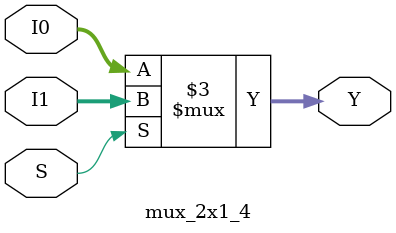
<source format=v>

module mux_2x1_4 (output reg [3:0] Y, input S, input [3:0] I0, I1);
	always @ (S, I0, I1)
	if (S) Y = I1;
	else Y = I0;
endmodule
</source>
